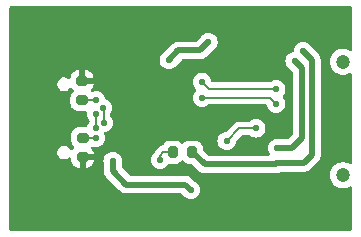
<source format=gbr>
%TF.GenerationSoftware,KiCad,Pcbnew,8.0.3-8.0.3-0~ubuntu24.04.1*%
%TF.CreationDate,2024-07-06T11:56:49-06:00*%
%TF.ProjectId,esp-prog,6573702d-7072-46f6-972e-6b696361645f,rev?*%
%TF.SameCoordinates,Original*%
%TF.FileFunction,Copper,L2,Bot*%
%TF.FilePolarity,Positive*%
%FSLAX46Y46*%
G04 Gerber Fmt 4.6, Leading zero omitted, Abs format (unit mm)*
G04 Created by KiCad (PCBNEW 8.0.3-8.0.3-0~ubuntu24.04.1) date 2024-07-06 11:56:49*
%MOMM*%
%LPD*%
G01*
G04 APERTURE LIST*
G04 Aperture macros list*
%AMRoundRect*
0 Rectangle with rounded corners*
0 $1 Rounding radius*
0 $2 $3 $4 $5 $6 $7 $8 $9 X,Y pos of 4 corners*
0 Add a 4 corners polygon primitive as box body*
4,1,4,$2,$3,$4,$5,$6,$7,$8,$9,$2,$3,0*
0 Add four circle primitives for the rounded corners*
1,1,$1+$1,$2,$3*
1,1,$1+$1,$4,$5*
1,1,$1+$1,$6,$7*
1,1,$1+$1,$8,$9*
0 Add four rect primitives between the rounded corners*
20,1,$1+$1,$2,$3,$4,$5,0*
20,1,$1+$1,$4,$5,$6,$7,0*
20,1,$1+$1,$6,$7,$8,$9,0*
20,1,$1+$1,$8,$9,$2,$3,0*%
G04 Aperture macros list end*
%TA.AperFunction,ComponentPad*%
%ADD10C,1.200000*%
%TD*%
%TA.AperFunction,SMDPad,CuDef*%
%ADD11RoundRect,0.200000X0.275000X-0.200000X0.275000X0.200000X-0.275000X0.200000X-0.275000X-0.200000X0*%
%TD*%
%TA.AperFunction,SMDPad,CuDef*%
%ADD12RoundRect,0.200000X0.200000X0.275000X-0.200000X0.275000X-0.200000X-0.275000X0.200000X-0.275000X0*%
%TD*%
%TA.AperFunction,SMDPad,CuDef*%
%ADD13RoundRect,0.200000X-0.275000X0.200000X-0.275000X-0.200000X0.275000X-0.200000X0.275000X0.200000X0*%
%TD*%
%TA.AperFunction,ViaPad*%
%ADD14C,0.550000*%
%TD*%
%TA.AperFunction,Conductor*%
%ADD15C,0.127000*%
%TD*%
%TA.AperFunction,Conductor*%
%ADD16C,0.508000*%
%TD*%
G04 APERTURE END LIST*
D10*
%TO.P,J1,*%
%TO.N,*%
X48750000Y-34800000D03*
X48750000Y-25200000D03*
%TD*%
D11*
%TO.P,R5,1*%
%TO.N,Net-(J2-CC1)*%
X26650000Y-28475000D03*
%TO.P,R5,2*%
%TO.N,GND*%
X26650000Y-26825000D03*
%TD*%
D12*
%TO.P,R1,1*%
%TO.N,+5v0*%
X35975000Y-32850000D03*
%TO.P,R1,2*%
%TO.N,Net-(U1-VBUS)*%
X34325000Y-32850000D03*
%TD*%
D13*
%TO.P,R4,1*%
%TO.N,Net-(J2-CC2)*%
X26700000Y-31625000D03*
%TO.P,R4,2*%
%TO.N,GND*%
X26700000Y-33275000D03*
%TD*%
D14*
%TO.N,GND*%
X27800000Y-26800000D03*
X31150000Y-22400000D03*
X32150000Y-30950000D03*
X30050000Y-36975000D03*
X35500000Y-23200000D03*
X32150000Y-29000000D03*
X27850000Y-33250009D03*
X43200000Y-31250000D03*
X35500000Y-25450000D03*
X36300000Y-34750000D03*
X31650000Y-36975000D03*
X47450000Y-36200000D03*
X36300000Y-31350000D03*
X31150000Y-30000000D03*
X47200000Y-31250000D03*
X47500000Y-23750000D03*
X35500000Y-20950000D03*
X32150000Y-29987500D03*
X33150000Y-30000000D03*
X27450000Y-36025000D03*
X29550000Y-24000000D03*
%TO.N,/DTR*%
X38900000Y-31900000D03*
X41400000Y-30850000D03*
%TO.N,+5v0*%
X45350000Y-24300000D03*
X43200000Y-33750000D03*
X37350000Y-23550000D03*
X34000000Y-25050000D03*
%TO.N,Net-(U1-VBUS)*%
X33250000Y-33500000D03*
%TO.N,Net-(J2-CC2)*%
X27850000Y-31650003D03*
%TO.N,Net-(J2-CC1)*%
X27822891Y-28450000D03*
%TO.N,+3v3*%
X44650000Y-25150000D03*
X43200000Y-32500000D03*
X35850000Y-36050000D03*
X29250000Y-33600000D03*
%TO.N,/ESP_RXD*%
X36800000Y-26900000D03*
X43100000Y-27550000D03*
%TO.N,Net-(U1-D-)*%
X28441954Y-29111860D03*
X28474500Y-30350000D03*
%TO.N,/ESP_TXD*%
X43100000Y-28750000D03*
X36799265Y-28250735D03*
%TO.N,Net-(U1-D+)*%
X27850000Y-30850000D03*
X27850000Y-29650000D03*
%TD*%
D15*
%TO.N,GND*%
X36350000Y-34750000D02*
X36300000Y-34750000D01*
%TO.N,/DTR*%
X39950000Y-30850000D02*
X38900000Y-31900000D01*
X41400000Y-30850000D02*
X39950000Y-30850000D01*
D16*
%TO.N,+5v0*%
X34800000Y-24250000D02*
X36650000Y-24250000D01*
X46100000Y-25050000D02*
X45350000Y-24300000D01*
X37025000Y-33900000D02*
X43050000Y-33900000D01*
X46100000Y-33100000D02*
X46100000Y-25050000D01*
X36650000Y-24250000D02*
X37350000Y-23550000D01*
X34000000Y-25050000D02*
X34800000Y-24250000D01*
X43200000Y-33750000D02*
X45450000Y-33750000D01*
X45450000Y-33750000D02*
X46100000Y-33100000D01*
X35975000Y-32850000D02*
X37025000Y-33900000D01*
X43050000Y-33900000D02*
X43200000Y-33750000D01*
D15*
%TO.N,Net-(U1-VBUS)*%
X33250000Y-33150000D02*
X33550000Y-32850000D01*
X33550000Y-32850000D02*
X34325000Y-32850000D01*
X33250000Y-33500000D02*
X33250000Y-33150000D01*
%TO.N,Net-(J2-CC2)*%
X27850000Y-31650003D02*
X26775003Y-31650003D01*
X26775003Y-31650003D02*
X26700000Y-31575000D01*
%TO.N,Net-(J2-CC1)*%
X27822891Y-28450000D02*
X26725000Y-28450000D01*
X26725000Y-28450000D02*
X26650000Y-28525000D01*
D16*
%TO.N,+3v3*%
X30400000Y-35600000D02*
X29250000Y-34450000D01*
X35400000Y-35600000D02*
X30400000Y-35600000D01*
X43200000Y-32500000D02*
X44450000Y-32500000D01*
X45250000Y-31700000D02*
X45250000Y-25750000D01*
X45250000Y-25750000D02*
X44650000Y-25150000D01*
X44450000Y-32500000D02*
X45250000Y-31700000D01*
X35850000Y-36050000D02*
X35400000Y-35600000D01*
X29250000Y-34450000D02*
X29250000Y-33600000D01*
D15*
%TO.N,/ESP_RXD*%
X37400000Y-27500000D02*
X43050000Y-27500000D01*
X36800000Y-26900000D02*
X37400000Y-27500000D01*
X43050000Y-27500000D02*
X43100000Y-27550000D01*
%TO.N,Net-(U1-D-)*%
X28474500Y-29144406D02*
X28474500Y-30350000D01*
X28441954Y-29111860D02*
X28474500Y-29144406D01*
%TO.N,/ESP_TXD*%
X36800000Y-28250000D02*
X42600000Y-28250000D01*
X42600000Y-28250000D02*
X43100000Y-28750000D01*
X36799265Y-28250735D02*
X36800000Y-28250000D01*
%TO.N,Net-(U1-D+)*%
X27850000Y-29650000D02*
X27850000Y-30850000D01*
%TD*%
%TA.AperFunction,Conductor*%
%TO.N,GND*%
G36*
X49442539Y-20520185D02*
G01*
X49488294Y-20572989D01*
X49499500Y-20624500D01*
X49499500Y-24147072D01*
X49479815Y-24214111D01*
X49427011Y-24259866D01*
X49357853Y-24269810D01*
X49310223Y-24252499D01*
X49242642Y-24210655D01*
X49242635Y-24210651D01*
X49147546Y-24173814D01*
X49052456Y-24136976D01*
X48851976Y-24099500D01*
X48648024Y-24099500D01*
X48447544Y-24136976D01*
X48447541Y-24136976D01*
X48447541Y-24136977D01*
X48257364Y-24210651D01*
X48257357Y-24210655D01*
X48083960Y-24318017D01*
X48083958Y-24318019D01*
X47933237Y-24455418D01*
X47810327Y-24618178D01*
X47719422Y-24800739D01*
X47719417Y-24800752D01*
X47663602Y-24996917D01*
X47644785Y-25199999D01*
X47644785Y-25200000D01*
X47663602Y-25403082D01*
X47719417Y-25599247D01*
X47719422Y-25599260D01*
X47810327Y-25781821D01*
X47933237Y-25944581D01*
X48083958Y-26081980D01*
X48083960Y-26081982D01*
X48159807Y-26128944D01*
X48257363Y-26189348D01*
X48447544Y-26263024D01*
X48648024Y-26300500D01*
X48648026Y-26300500D01*
X48851974Y-26300500D01*
X48851976Y-26300500D01*
X49052456Y-26263024D01*
X49242637Y-26189348D01*
X49310222Y-26147500D01*
X49377582Y-26128944D01*
X49444282Y-26149752D01*
X49489143Y-26203317D01*
X49499500Y-26252927D01*
X49499500Y-33747072D01*
X49479815Y-33814111D01*
X49427011Y-33859866D01*
X49357853Y-33869810D01*
X49310223Y-33852499D01*
X49242642Y-33810655D01*
X49242635Y-33810651D01*
X49078517Y-33747072D01*
X49052456Y-33736976D01*
X48851976Y-33699500D01*
X48648024Y-33699500D01*
X48447544Y-33736976D01*
X48447541Y-33736976D01*
X48447541Y-33736977D01*
X48257364Y-33810651D01*
X48257357Y-33810655D01*
X48083960Y-33918017D01*
X48083958Y-33918019D01*
X47933237Y-34055418D01*
X47810327Y-34218178D01*
X47719422Y-34400739D01*
X47719417Y-34400752D01*
X47663602Y-34596917D01*
X47644785Y-34799999D01*
X47644785Y-34800000D01*
X47663602Y-35003082D01*
X47719417Y-35199247D01*
X47719422Y-35199260D01*
X47810327Y-35381821D01*
X47933237Y-35544581D01*
X48083958Y-35681980D01*
X48083960Y-35681982D01*
X48131464Y-35711395D01*
X48257363Y-35789348D01*
X48447544Y-35863024D01*
X48648024Y-35900500D01*
X48648026Y-35900500D01*
X48851974Y-35900500D01*
X48851976Y-35900500D01*
X49052456Y-35863024D01*
X49242637Y-35789348D01*
X49310222Y-35747500D01*
X49377582Y-35728944D01*
X49444282Y-35749752D01*
X49489143Y-35803317D01*
X49499500Y-35852927D01*
X49499500Y-39375500D01*
X49479815Y-39442539D01*
X49427011Y-39488294D01*
X49375500Y-39499500D01*
X20624500Y-39499500D01*
X20557461Y-39479815D01*
X20511706Y-39427011D01*
X20500500Y-39375500D01*
X20500500Y-27034234D01*
X24554500Y-27034234D01*
X24554500Y-27185765D01*
X24593719Y-27332136D01*
X24619247Y-27376351D01*
X24669485Y-27463365D01*
X24776635Y-27570515D01*
X24907865Y-27646281D01*
X25054234Y-27685500D01*
X25054236Y-27685500D01*
X25205764Y-27685500D01*
X25205766Y-27685500D01*
X25352135Y-27646281D01*
X25483365Y-27570515D01*
X25590515Y-27463365D01*
X25598681Y-27449220D01*
X25649246Y-27401006D01*
X25717852Y-27387781D01*
X25782718Y-27413748D01*
X25812184Y-27447069D01*
X25819925Y-27459874D01*
X25819928Y-27459878D01*
X25922015Y-27561965D01*
X25955500Y-27623288D01*
X25950516Y-27692980D01*
X25922015Y-27737327D01*
X25819531Y-27839810D01*
X25819530Y-27839811D01*
X25731522Y-27985393D01*
X25680913Y-28147807D01*
X25674500Y-28218386D01*
X25674500Y-28731613D01*
X25680913Y-28802192D01*
X25680913Y-28802194D01*
X25680914Y-28802196D01*
X25731522Y-28964606D01*
X25759916Y-29011576D01*
X25819530Y-29110188D01*
X25939811Y-29230469D01*
X25939813Y-29230470D01*
X25939815Y-29230472D01*
X26085394Y-29318478D01*
X26247804Y-29369086D01*
X26318384Y-29375500D01*
X26318387Y-29375500D01*
X26961765Y-29375500D01*
X27028804Y-29395185D01*
X27074559Y-29447989D01*
X27084985Y-29513383D01*
X27069593Y-29649996D01*
X27069593Y-29650003D01*
X27089157Y-29823648D01*
X27089159Y-29823658D01*
X27146877Y-29988604D01*
X27239853Y-30136576D01*
X27249681Y-30146404D01*
X27283166Y-30207727D01*
X27286000Y-30234085D01*
X27286000Y-30265915D01*
X27266315Y-30332954D01*
X27249681Y-30353596D01*
X27239853Y-30363423D01*
X27146877Y-30511395D01*
X27101367Y-30641455D01*
X27060645Y-30698231D01*
X26995693Y-30723978D01*
X26984326Y-30724500D01*
X26368384Y-30724500D01*
X26349145Y-30726248D01*
X26297807Y-30730913D01*
X26135393Y-30781522D01*
X25989811Y-30869530D01*
X25869530Y-30989811D01*
X25781522Y-31135393D01*
X25730913Y-31297807D01*
X25724500Y-31368386D01*
X25724500Y-31881613D01*
X25730913Y-31952192D01*
X25730913Y-31952194D01*
X25730914Y-31952196D01*
X25781522Y-32114606D01*
X25809806Y-32161394D01*
X25869530Y-32260188D01*
X25972015Y-32362673D01*
X26005500Y-32423996D01*
X26000516Y-32493688D01*
X25972015Y-32538035D01*
X25869928Y-32640121D01*
X25869925Y-32640125D01*
X25866140Y-32646387D01*
X25814611Y-32693573D01*
X25745751Y-32705410D01*
X25681423Y-32678139D01*
X25652638Y-32644235D01*
X25650265Y-32640125D01*
X25590515Y-32536635D01*
X25483365Y-32429485D01*
X25400236Y-32381490D01*
X25352136Y-32353719D01*
X25249965Y-32326343D01*
X25205766Y-32314500D01*
X25054234Y-32314500D01*
X24907863Y-32353719D01*
X24776635Y-32429485D01*
X24776632Y-32429487D01*
X24669487Y-32536632D01*
X24669485Y-32536635D01*
X24593719Y-32667863D01*
X24561670Y-32787475D01*
X24554500Y-32814234D01*
X24554500Y-32965766D01*
X24567269Y-33013420D01*
X24593719Y-33112136D01*
X24609722Y-33139853D01*
X24669485Y-33243365D01*
X24776635Y-33350515D01*
X24907865Y-33426281D01*
X25054234Y-33465500D01*
X25054236Y-33465500D01*
X25205764Y-33465500D01*
X25205766Y-33465500D01*
X25352135Y-33426281D01*
X25483365Y-33350515D01*
X25513320Y-33320559D01*
X25574640Y-33287075D01*
X25644332Y-33292059D01*
X25700266Y-33333929D01*
X25724684Y-33399393D01*
X25725000Y-33408240D01*
X25725000Y-33531582D01*
X25731408Y-33602102D01*
X25731409Y-33602107D01*
X25781981Y-33764396D01*
X25869927Y-33909877D01*
X25990122Y-34030072D01*
X26135604Y-34118019D01*
X26135603Y-34118019D01*
X26297894Y-34168590D01*
X26297892Y-34168590D01*
X26368418Y-34174999D01*
X26950000Y-34174999D01*
X27031581Y-34174999D01*
X27102102Y-34168591D01*
X27102107Y-34168590D01*
X27264396Y-34118018D01*
X27409877Y-34030072D01*
X27530072Y-33909877D01*
X27618019Y-33764395D01*
X27668590Y-33602106D01*
X27668782Y-33599996D01*
X28469593Y-33599996D01*
X28469593Y-33600003D01*
X28489157Y-33773653D01*
X28490707Y-33780439D01*
X28490019Y-33780595D01*
X28495500Y-33812845D01*
X28495500Y-34370552D01*
X28495499Y-34370578D01*
X28495499Y-34375688D01*
X28495499Y-34524312D01*
X28495499Y-34524314D01*
X28495498Y-34524314D01*
X28524493Y-34670073D01*
X28524496Y-34670083D01*
X28581366Y-34807381D01*
X28581372Y-34807392D01*
X28663942Y-34930968D01*
X28663943Y-34930969D01*
X29809600Y-36076624D01*
X29809621Y-36076647D01*
X29919031Y-36186057D01*
X29919034Y-36186059D01*
X29975304Y-36223657D01*
X30042611Y-36268630D01*
X30123043Y-36301945D01*
X30123044Y-36301946D01*
X30146603Y-36311704D01*
X30179920Y-36325505D01*
X30179929Y-36325506D01*
X30179930Y-36325507D01*
X30204103Y-36330315D01*
X30204110Y-36330316D01*
X30325686Y-36354501D01*
X30325688Y-36354501D01*
X30480426Y-36354501D01*
X30480446Y-36354500D01*
X35036113Y-36354500D01*
X35103152Y-36374185D01*
X35123794Y-36390819D01*
X35179764Y-36446789D01*
X35197076Y-36468497D01*
X35239853Y-36536576D01*
X35363424Y-36660147D01*
X35511394Y-36753122D01*
X35676343Y-36810841D01*
X35676349Y-36810841D01*
X35676351Y-36810842D01*
X35849996Y-36830407D01*
X35850000Y-36830407D01*
X35850004Y-36830407D01*
X36023648Y-36810842D01*
X36023647Y-36810842D01*
X36023657Y-36810841D01*
X36188606Y-36753122D01*
X36336576Y-36660147D01*
X36460147Y-36536576D01*
X36553122Y-36388606D01*
X36610841Y-36223657D01*
X36626918Y-36080966D01*
X36630407Y-36050003D01*
X36630407Y-36049996D01*
X36610842Y-35876351D01*
X36610841Y-35876349D01*
X36610841Y-35876343D01*
X36553122Y-35711394D01*
X36460147Y-35563424D01*
X36336576Y-35439853D01*
X36268497Y-35397076D01*
X36246789Y-35379764D01*
X35880969Y-35013943D01*
X35880968Y-35013942D01*
X35757392Y-34931372D01*
X35757391Y-34931371D01*
X35757389Y-34931370D01*
X35757386Y-34931368D01*
X35757381Y-34931366D01*
X35666242Y-34893616D01*
X35620080Y-34874495D01*
X35595894Y-34869684D01*
X35474314Y-34845499D01*
X35474312Y-34845499D01*
X35325688Y-34845499D01*
X35319574Y-34845499D01*
X35319554Y-34845500D01*
X30763886Y-34845500D01*
X30696847Y-34825815D01*
X30676205Y-34809181D01*
X30040819Y-34173794D01*
X30007334Y-34112471D01*
X30004500Y-34086113D01*
X30004500Y-33812845D01*
X30009980Y-33780595D01*
X30009293Y-33780439D01*
X30010842Y-33773653D01*
X30030407Y-33600003D01*
X30030407Y-33599996D01*
X30019140Y-33499996D01*
X32469593Y-33499996D01*
X32469593Y-33500003D01*
X32489157Y-33673648D01*
X32489159Y-33673658D01*
X32546877Y-33838604D01*
X32546878Y-33838606D01*
X32639853Y-33986576D01*
X32763424Y-34110147D01*
X32911394Y-34203122D01*
X33076343Y-34260841D01*
X33076349Y-34260841D01*
X33076351Y-34260842D01*
X33249996Y-34280407D01*
X33250000Y-34280407D01*
X33250004Y-34280407D01*
X33423648Y-34260842D01*
X33423647Y-34260842D01*
X33423657Y-34260841D01*
X33588606Y-34203122D01*
X33736576Y-34110147D01*
X33860147Y-33986576D01*
X33926672Y-33880700D01*
X33979005Y-33834410D01*
X34042885Y-33823182D01*
X34068384Y-33825500D01*
X34068391Y-33825500D01*
X34581613Y-33825500D01*
X34581616Y-33825500D01*
X34652196Y-33819086D01*
X34814606Y-33768478D01*
X34960185Y-33680472D01*
X34967009Y-33673648D01*
X35062319Y-33578339D01*
X35123642Y-33544854D01*
X35193334Y-33549838D01*
X35237681Y-33578339D01*
X35339811Y-33680469D01*
X35339813Y-33680470D01*
X35339815Y-33680472D01*
X35485394Y-33768478D01*
X35647804Y-33819086D01*
X35718384Y-33825500D01*
X35832113Y-33825500D01*
X35899152Y-33845185D01*
X35919794Y-33861819D01*
X36434600Y-34376624D01*
X36434621Y-34376647D01*
X36544028Y-34486054D01*
X36544035Y-34486060D01*
X36667608Y-34568628D01*
X36667609Y-34568628D01*
X36667610Y-34568629D01*
X36804920Y-34625505D01*
X36950683Y-34654499D01*
X36950687Y-34654500D01*
X36950688Y-34654500D01*
X37099312Y-34654500D01*
X42969554Y-34654500D01*
X42969574Y-34654501D01*
X42975688Y-34654501D01*
X43124314Y-34654501D01*
X43245894Y-34630315D01*
X43245894Y-34630316D01*
X43245900Y-34630313D01*
X43270080Y-34625505D01*
X43339097Y-34596917D01*
X43407389Y-34568630D01*
X43472091Y-34525397D01*
X43538768Y-34504520D01*
X43540981Y-34504500D01*
X45369554Y-34504500D01*
X45369574Y-34504501D01*
X45375688Y-34504501D01*
X45524314Y-34504501D01*
X45645894Y-34480315D01*
X45645894Y-34480316D01*
X45645900Y-34480313D01*
X45670080Y-34475505D01*
X45705942Y-34460649D01*
X45726944Y-34451951D01*
X45726947Y-34451949D01*
X45726955Y-34451946D01*
X45807389Y-34418630D01*
X45930966Y-34336059D01*
X46580963Y-33686060D01*
X46580966Y-33686059D01*
X46686059Y-33580966D01*
X46768629Y-33457390D01*
X46768630Y-33457389D01*
X46820996Y-33330966D01*
X46825505Y-33320080D01*
X46830315Y-33295894D01*
X46840764Y-33243367D01*
X46854501Y-33174313D01*
X46854501Y-33020578D01*
X46854500Y-33020552D01*
X46854500Y-24975687D01*
X46854499Y-24975683D01*
X46843150Y-24918627D01*
X46825505Y-24829920D01*
X46768629Y-24692610D01*
X46718896Y-24618179D01*
X46686060Y-24569035D01*
X46686054Y-24569028D01*
X46576647Y-24459621D01*
X46576624Y-24459600D01*
X46020235Y-23903210D01*
X46002922Y-23881501D01*
X45960146Y-23813423D01*
X45836576Y-23689853D01*
X45688604Y-23596877D01*
X45523658Y-23539159D01*
X45523648Y-23539157D01*
X45350004Y-23519593D01*
X45349996Y-23519593D01*
X45176351Y-23539157D01*
X45176341Y-23539159D01*
X45011395Y-23596877D01*
X44863423Y-23689853D01*
X44739853Y-23813423D01*
X44646877Y-23961395D01*
X44589159Y-24126341D01*
X44589157Y-24126350D01*
X44571593Y-24282237D01*
X44544526Y-24346651D01*
X44486931Y-24386206D01*
X44476591Y-24389072D01*
X44311395Y-24446877D01*
X44163423Y-24539853D01*
X44039853Y-24663423D01*
X43946877Y-24811395D01*
X43889159Y-24976341D01*
X43889157Y-24976351D01*
X43869593Y-25149996D01*
X43869593Y-25150003D01*
X43889157Y-25323648D01*
X43889159Y-25323658D01*
X43946877Y-25488604D01*
X43946878Y-25488606D01*
X44039853Y-25636576D01*
X44163424Y-25760147D01*
X44231503Y-25802923D01*
X44253206Y-25820231D01*
X44377555Y-25944579D01*
X44459181Y-26026205D01*
X44492666Y-26087528D01*
X44495500Y-26113886D01*
X44495500Y-31336113D01*
X44475815Y-31403152D01*
X44459181Y-31423794D01*
X44173794Y-31709181D01*
X44112471Y-31742666D01*
X44086113Y-31745500D01*
X43412846Y-31745500D01*
X43380595Y-31740020D01*
X43380439Y-31740707D01*
X43373653Y-31739157D01*
X43200004Y-31719593D01*
X43199996Y-31719593D01*
X43026351Y-31739157D01*
X43026341Y-31739159D01*
X42861395Y-31796877D01*
X42713423Y-31889853D01*
X42589853Y-32013423D01*
X42496877Y-32161395D01*
X42439159Y-32326341D01*
X42439157Y-32326351D01*
X42419593Y-32499996D01*
X42419593Y-32500003D01*
X42439157Y-32673648D01*
X42439159Y-32673658D01*
X42490225Y-32819593D01*
X42496878Y-32838606D01*
X42570345Y-32955529D01*
X42589345Y-33022765D01*
X42568977Y-33089600D01*
X42515709Y-33134814D01*
X42465351Y-33145500D01*
X37388886Y-33145500D01*
X37321847Y-33125815D01*
X37301205Y-33109181D01*
X36911819Y-32719794D01*
X36878334Y-32658471D01*
X36875500Y-32632113D01*
X36875500Y-32518386D01*
X36874165Y-32503696D01*
X36869086Y-32447804D01*
X36818478Y-32285394D01*
X36730472Y-32139815D01*
X36730470Y-32139813D01*
X36730469Y-32139811D01*
X36610188Y-32019530D01*
X36559035Y-31988607D01*
X36464606Y-31931522D01*
X36363434Y-31899996D01*
X38119593Y-31899996D01*
X38119593Y-31900003D01*
X38139157Y-32073648D01*
X38139159Y-32073658D01*
X38169860Y-32161394D01*
X38196878Y-32238606D01*
X38289853Y-32386576D01*
X38413424Y-32510147D01*
X38561394Y-32603122D01*
X38726343Y-32660841D01*
X38726349Y-32660841D01*
X38726351Y-32660842D01*
X38899996Y-32680407D01*
X38900000Y-32680407D01*
X38900004Y-32680407D01*
X39073648Y-32660842D01*
X39073647Y-32660842D01*
X39073657Y-32660841D01*
X39238606Y-32603122D01*
X39386576Y-32510147D01*
X39510147Y-32386576D01*
X39603122Y-32238606D01*
X39660841Y-32073657D01*
X39673363Y-31962506D01*
X39700428Y-31898097D01*
X39708892Y-31888722D01*
X40147297Y-31450319D01*
X40208620Y-31416834D01*
X40234978Y-31414000D01*
X40815915Y-31414000D01*
X40882954Y-31433685D01*
X40903596Y-31450319D01*
X40913424Y-31460147D01*
X41061394Y-31553122D01*
X41226343Y-31610841D01*
X41226349Y-31610841D01*
X41226351Y-31610842D01*
X41399996Y-31630407D01*
X41400000Y-31630407D01*
X41400004Y-31630407D01*
X41573648Y-31610842D01*
X41573647Y-31610842D01*
X41573657Y-31610841D01*
X41738606Y-31553122D01*
X41886576Y-31460147D01*
X42010147Y-31336576D01*
X42103122Y-31188606D01*
X42160841Y-31023657D01*
X42180407Y-30850000D01*
X42166989Y-30730913D01*
X42160842Y-30676351D01*
X42160841Y-30676349D01*
X42160841Y-30676343D01*
X42103122Y-30511394D01*
X42010147Y-30363424D01*
X41886576Y-30239853D01*
X41738606Y-30146878D01*
X41738605Y-30146877D01*
X41738604Y-30146877D01*
X41573658Y-30089159D01*
X41573648Y-30089157D01*
X41400004Y-30069593D01*
X41399996Y-30069593D01*
X41226351Y-30089157D01*
X41226341Y-30089159D01*
X41061395Y-30146877D01*
X40913423Y-30239853D01*
X40903596Y-30249681D01*
X40842273Y-30283166D01*
X40815915Y-30286000D01*
X39875747Y-30286000D01*
X39732304Y-30324435D01*
X39732301Y-30324436D01*
X39603699Y-30398685D01*
X39603693Y-30398689D01*
X39498685Y-30503698D01*
X38911286Y-31091096D01*
X38849963Y-31124581D01*
X38837489Y-31126635D01*
X38726346Y-31139157D01*
X38561395Y-31196877D01*
X38413423Y-31289853D01*
X38289853Y-31413423D01*
X38196877Y-31561395D01*
X38139159Y-31726341D01*
X38139157Y-31726351D01*
X38119593Y-31899996D01*
X36363434Y-31899996D01*
X36302196Y-31880914D01*
X36302194Y-31880913D01*
X36302192Y-31880913D01*
X36252778Y-31876423D01*
X36231616Y-31874500D01*
X35718384Y-31874500D01*
X35699145Y-31876248D01*
X35647807Y-31880913D01*
X35485393Y-31931522D01*
X35339811Y-32019530D01*
X35339810Y-32019531D01*
X35237681Y-32121661D01*
X35176358Y-32155146D01*
X35106666Y-32150162D01*
X35062319Y-32121661D01*
X34960188Y-32019530D01*
X34909035Y-31988607D01*
X34814606Y-31931522D01*
X34652196Y-31880914D01*
X34652194Y-31880913D01*
X34652192Y-31880913D01*
X34602778Y-31876423D01*
X34581616Y-31874500D01*
X34068384Y-31874500D01*
X34049145Y-31876248D01*
X33997807Y-31880913D01*
X33835393Y-31931522D01*
X33689811Y-32019530D01*
X33569531Y-32139810D01*
X33569528Y-32139814D01*
X33508018Y-32241563D01*
X33456490Y-32288750D01*
X33433996Y-32297187D01*
X33332302Y-32324435D01*
X33332301Y-32324436D01*
X33203699Y-32398685D01*
X33203693Y-32398689D01*
X32798688Y-32803694D01*
X32798684Y-32803699D01*
X32737329Y-32909970D01*
X32717624Y-32935650D01*
X32639855Y-33013419D01*
X32639855Y-33013420D01*
X32546877Y-33161395D01*
X32489159Y-33326341D01*
X32489157Y-33326351D01*
X32469593Y-33499996D01*
X30019140Y-33499996D01*
X30010842Y-33426351D01*
X30010841Y-33426349D01*
X30010841Y-33426343D01*
X29953122Y-33261394D01*
X29860147Y-33113424D01*
X29736576Y-32989853D01*
X29588606Y-32896878D01*
X29588605Y-32896877D01*
X29588604Y-32896877D01*
X29423658Y-32839159D01*
X29423648Y-32839157D01*
X29250004Y-32819593D01*
X29249996Y-32819593D01*
X29076351Y-32839157D01*
X29076341Y-32839159D01*
X28911395Y-32896877D01*
X28763423Y-32989853D01*
X28639853Y-33113423D01*
X28546877Y-33261395D01*
X28489159Y-33426341D01*
X28489157Y-33426351D01*
X28469593Y-33599996D01*
X27668782Y-33599996D01*
X27675000Y-33531572D01*
X27675000Y-33525000D01*
X26950000Y-33525000D01*
X26950000Y-34174999D01*
X26368418Y-34174999D01*
X26449999Y-34174998D01*
X26450000Y-34174998D01*
X26450000Y-33149000D01*
X26469685Y-33081961D01*
X26522489Y-33036206D01*
X26574000Y-33025000D01*
X27674999Y-33025000D01*
X27674999Y-33018417D01*
X27668591Y-32947897D01*
X27668590Y-32947892D01*
X27618018Y-32785603D01*
X27530072Y-32640122D01*
X27482805Y-32592855D01*
X27449320Y-32531532D01*
X27454304Y-32461840D01*
X27496176Y-32405907D01*
X27561640Y-32381490D01*
X27611438Y-32388132D01*
X27676343Y-32410844D01*
X27676347Y-32410844D01*
X27676351Y-32410845D01*
X27849996Y-32430410D01*
X27850000Y-32430410D01*
X27850004Y-32430410D01*
X28023648Y-32410845D01*
X28023647Y-32410845D01*
X28023657Y-32410844D01*
X28188606Y-32353125D01*
X28336576Y-32260150D01*
X28460147Y-32136579D01*
X28553122Y-31988609D01*
X28610841Y-31823660D01*
X28619967Y-31742666D01*
X28630407Y-31650006D01*
X28630407Y-31649999D01*
X28610842Y-31476354D01*
X28610841Y-31476352D01*
X28610841Y-31476346D01*
X28553122Y-31311397D01*
X28550101Y-31305124D01*
X28552597Y-31303921D01*
X28536996Y-31248776D01*
X28552494Y-31196027D01*
X28550102Y-31194875D01*
X28553119Y-31188610D01*
X28553122Y-31188606D01*
X28553123Y-31188601D01*
X28556146Y-31182326D01*
X28556853Y-31182666D01*
X28556870Y-31182641D01*
X28557098Y-31182784D01*
X28558270Y-31183349D01*
X28592514Y-31135581D01*
X28642073Y-31115508D01*
X28641362Y-31112392D01*
X28648150Y-31110841D01*
X28648157Y-31110841D01*
X28813106Y-31053122D01*
X28961076Y-30960147D01*
X29084647Y-30836576D01*
X29177622Y-30688606D01*
X29235341Y-30523657D01*
X29249421Y-30398689D01*
X29254907Y-30350003D01*
X29254907Y-30349996D01*
X29235342Y-30176351D01*
X29235341Y-30176349D01*
X29235341Y-30176343D01*
X29177622Y-30011394D01*
X29084647Y-29863424D01*
X29074819Y-29853596D01*
X29041334Y-29792273D01*
X29038500Y-29765915D01*
X29038500Y-29655805D01*
X29057505Y-29589834D01*
X29145076Y-29450466D01*
X29202795Y-29285517D01*
X29222361Y-29111860D01*
X29222172Y-29110185D01*
X29202796Y-28938211D01*
X29202795Y-28938209D01*
X29202795Y-28938203D01*
X29145076Y-28773254D01*
X29052101Y-28625284D01*
X28928530Y-28501713D01*
X28780560Y-28408738D01*
X28703485Y-28381768D01*
X28664174Y-28368012D01*
X28607399Y-28327290D01*
X28586266Y-28282833D01*
X28586032Y-28282916D01*
X28585267Y-28280732D01*
X28584240Y-28278570D01*
X28583733Y-28276352D01*
X28583732Y-28276343D01*
X28574770Y-28250731D01*
X36018858Y-28250731D01*
X36018858Y-28250738D01*
X36038422Y-28424383D01*
X36038424Y-28424393D01*
X36096142Y-28589339D01*
X36096143Y-28589341D01*
X36189118Y-28737311D01*
X36312689Y-28860882D01*
X36460659Y-28953857D01*
X36625608Y-29011576D01*
X36625614Y-29011576D01*
X36625616Y-29011577D01*
X36799261Y-29031142D01*
X36799265Y-29031142D01*
X36799269Y-29031142D01*
X36972913Y-29011577D01*
X36972912Y-29011577D01*
X36972922Y-29011576D01*
X37137871Y-28953857D01*
X37285841Y-28860882D01*
X37296404Y-28850319D01*
X37357727Y-28816834D01*
X37384085Y-28814000D01*
X42215990Y-28814000D01*
X42283029Y-28833685D01*
X42328784Y-28886489D01*
X42337224Y-28916949D01*
X42337608Y-28916862D01*
X42339159Y-28923658D01*
X42369924Y-29011577D01*
X42396878Y-29088606D01*
X42489853Y-29236576D01*
X42613424Y-29360147D01*
X42761394Y-29453122D01*
X42926343Y-29510841D01*
X42926349Y-29510841D01*
X42926351Y-29510842D01*
X43099996Y-29530407D01*
X43100000Y-29530407D01*
X43100004Y-29530407D01*
X43273648Y-29510842D01*
X43273647Y-29510842D01*
X43273657Y-29510841D01*
X43438606Y-29453122D01*
X43586576Y-29360147D01*
X43710147Y-29236576D01*
X43803122Y-29088606D01*
X43860841Y-28923657D01*
X43880407Y-28750000D01*
X43878977Y-28737311D01*
X43860842Y-28576351D01*
X43860841Y-28576349D01*
X43860841Y-28576343D01*
X43803122Y-28411394D01*
X43710147Y-28263424D01*
X43684404Y-28237681D01*
X43650919Y-28176358D01*
X43655903Y-28106666D01*
X43684404Y-28062319D01*
X43710147Y-28036576D01*
X43803122Y-27888606D01*
X43860841Y-27723657D01*
X43865140Y-27685499D01*
X43880407Y-27550003D01*
X43880407Y-27549996D01*
X43860842Y-27376351D01*
X43860841Y-27376349D01*
X43860841Y-27376343D01*
X43803122Y-27211394D01*
X43710147Y-27063424D01*
X43586576Y-26939853D01*
X43438606Y-26846878D01*
X43438605Y-26846877D01*
X43438604Y-26846877D01*
X43273658Y-26789159D01*
X43273648Y-26789157D01*
X43100004Y-26769593D01*
X43099996Y-26769593D01*
X42926351Y-26789157D01*
X42926341Y-26789159D01*
X42761392Y-26846878D01*
X42649803Y-26916994D01*
X42583832Y-26936000D01*
X37695276Y-26936000D01*
X37628237Y-26916315D01*
X37582482Y-26863511D01*
X37572056Y-26825882D01*
X37560842Y-26726351D01*
X37560841Y-26726349D01*
X37560841Y-26726343D01*
X37503122Y-26561394D01*
X37410147Y-26413424D01*
X37286576Y-26289853D01*
X37138606Y-26196878D01*
X37138605Y-26196877D01*
X37138604Y-26196877D01*
X36973658Y-26139159D01*
X36973648Y-26139157D01*
X36800004Y-26119593D01*
X36799996Y-26119593D01*
X36626351Y-26139157D01*
X36626341Y-26139159D01*
X36461395Y-26196877D01*
X36313423Y-26289853D01*
X36189853Y-26413423D01*
X36096877Y-26561395D01*
X36039159Y-26726341D01*
X36039157Y-26726351D01*
X36019593Y-26899996D01*
X36019593Y-26900003D01*
X36039157Y-27073648D01*
X36039159Y-27073658D01*
X36096877Y-27238604D01*
X36189853Y-27386576D01*
X36290596Y-27487319D01*
X36324081Y-27548642D01*
X36319097Y-27618334D01*
X36290596Y-27662681D01*
X36189118Y-27764158D01*
X36096142Y-27912130D01*
X36038424Y-28077076D01*
X36038422Y-28077086D01*
X36018858Y-28250731D01*
X28574770Y-28250731D01*
X28526013Y-28111394D01*
X28433038Y-27963424D01*
X28309467Y-27839853D01*
X28161497Y-27746878D01*
X28161496Y-27746877D01*
X28161495Y-27746877D01*
X27996549Y-27689159D01*
X27996539Y-27689157D01*
X27822895Y-27669593D01*
X27822887Y-27669593D01*
X27649242Y-27689157D01*
X27649237Y-27689158D01*
X27549114Y-27724193D01*
X27479336Y-27727754D01*
X27418708Y-27693025D01*
X27386481Y-27631032D01*
X27392886Y-27561456D01*
X27420479Y-27519469D01*
X27480073Y-27459875D01*
X27568019Y-27314395D01*
X27618590Y-27152106D01*
X27625000Y-27081572D01*
X27625000Y-27075000D01*
X26524000Y-27075000D01*
X26456961Y-27055315D01*
X26411206Y-27002511D01*
X26400000Y-26951000D01*
X26400000Y-26575000D01*
X26900000Y-26575000D01*
X27624999Y-26575000D01*
X27624999Y-26568417D01*
X27618591Y-26497897D01*
X27618590Y-26497892D01*
X27568018Y-26335603D01*
X27480072Y-26190122D01*
X27359877Y-26069927D01*
X27214395Y-25981980D01*
X27214396Y-25981980D01*
X27052105Y-25931409D01*
X27052106Y-25931409D01*
X26981572Y-25925000D01*
X26900000Y-25925000D01*
X26900000Y-26575000D01*
X26400000Y-26575000D01*
X26400000Y-25925000D01*
X26399999Y-25924999D01*
X26318417Y-25925000D01*
X26247897Y-25931408D01*
X26247892Y-25931409D01*
X26085603Y-25981981D01*
X25940122Y-26069927D01*
X25819927Y-26190122D01*
X25731980Y-26335604D01*
X25681409Y-26497893D01*
X25675996Y-26557462D01*
X25650325Y-26622444D01*
X25593597Y-26663232D01*
X25523822Y-26666876D01*
X25491538Y-26651582D01*
X25490403Y-26653549D01*
X25483366Y-26649486D01*
X25483365Y-26649485D01*
X25420437Y-26613153D01*
X25352136Y-26573719D01*
X25278950Y-26554109D01*
X25205766Y-26534500D01*
X25054234Y-26534500D01*
X24907863Y-26573719D01*
X24776635Y-26649485D01*
X24776632Y-26649487D01*
X24669487Y-26756632D01*
X24669485Y-26756635D01*
X24593719Y-26887863D01*
X24554500Y-27034234D01*
X20500500Y-27034234D01*
X20500500Y-25049996D01*
X33219593Y-25049996D01*
X33219593Y-25050003D01*
X33239157Y-25223648D01*
X33239159Y-25223657D01*
X33296878Y-25388606D01*
X33389853Y-25536576D01*
X33513424Y-25660147D01*
X33661394Y-25753122D01*
X33826343Y-25810841D01*
X33826349Y-25810841D01*
X33826351Y-25810842D01*
X33999996Y-25830407D01*
X34000000Y-25830407D01*
X34000004Y-25830407D01*
X34173648Y-25810842D01*
X34173647Y-25810842D01*
X34173657Y-25810841D01*
X34338606Y-25753122D01*
X34486576Y-25660147D01*
X34610147Y-25536576D01*
X34652925Y-25468492D01*
X34670230Y-25446793D01*
X35076205Y-25040819D01*
X35137528Y-25007334D01*
X35163886Y-25004500D01*
X36569554Y-25004500D01*
X36569574Y-25004501D01*
X36575688Y-25004501D01*
X36724314Y-25004501D01*
X36845894Y-24980315D01*
X36845894Y-24980316D01*
X36845900Y-24980313D01*
X36870080Y-24975505D01*
X36905942Y-24960649D01*
X36926944Y-24951951D01*
X36926947Y-24951949D01*
X36926955Y-24951946D01*
X37007389Y-24918630D01*
X37130966Y-24836059D01*
X37746794Y-24220229D01*
X37768496Y-24202923D01*
X37836576Y-24160147D01*
X37960147Y-24036576D01*
X38053122Y-23888606D01*
X38110841Y-23723657D01*
X38125125Y-23596878D01*
X38130407Y-23550003D01*
X38130407Y-23549996D01*
X38110842Y-23376351D01*
X38110841Y-23376349D01*
X38110841Y-23376343D01*
X38053122Y-23211394D01*
X37960147Y-23063424D01*
X37836576Y-22939853D01*
X37688606Y-22846878D01*
X37688605Y-22846877D01*
X37688604Y-22846877D01*
X37523658Y-22789159D01*
X37523648Y-22789157D01*
X37350004Y-22769593D01*
X37349996Y-22769593D01*
X37176351Y-22789157D01*
X37176341Y-22789159D01*
X37011395Y-22846877D01*
X36863423Y-22939853D01*
X36739853Y-23063423D01*
X36739851Y-23063426D01*
X36697075Y-23131503D01*
X36679763Y-23153211D01*
X36373794Y-23459181D01*
X36312471Y-23492666D01*
X36286113Y-23495500D01*
X34880446Y-23495500D01*
X34880426Y-23495499D01*
X34874312Y-23495499D01*
X34725688Y-23495499D01*
X34725687Y-23495499D01*
X34665126Y-23507546D01*
X34604564Y-23519593D01*
X34586037Y-23523278D01*
X34579919Y-23524495D01*
X34529212Y-23545499D01*
X34529211Y-23545499D01*
X34442613Y-23581368D01*
X34442611Y-23581370D01*
X34319033Y-23663941D01*
X34266487Y-23716487D01*
X34213941Y-23769034D01*
X34213939Y-23769036D01*
X33603209Y-24379764D01*
X33581501Y-24397076D01*
X33513427Y-24439850D01*
X33513425Y-24439851D01*
X33389853Y-24563423D01*
X33296877Y-24711395D01*
X33239159Y-24876341D01*
X33239157Y-24876351D01*
X33219593Y-25049996D01*
X20500500Y-25049996D01*
X20500500Y-20624500D01*
X20520185Y-20557461D01*
X20572989Y-20511706D01*
X20624500Y-20500500D01*
X49375500Y-20500500D01*
X49442539Y-20520185D01*
G37*
%TD.AperFunction*%
%TD*%
M02*

</source>
